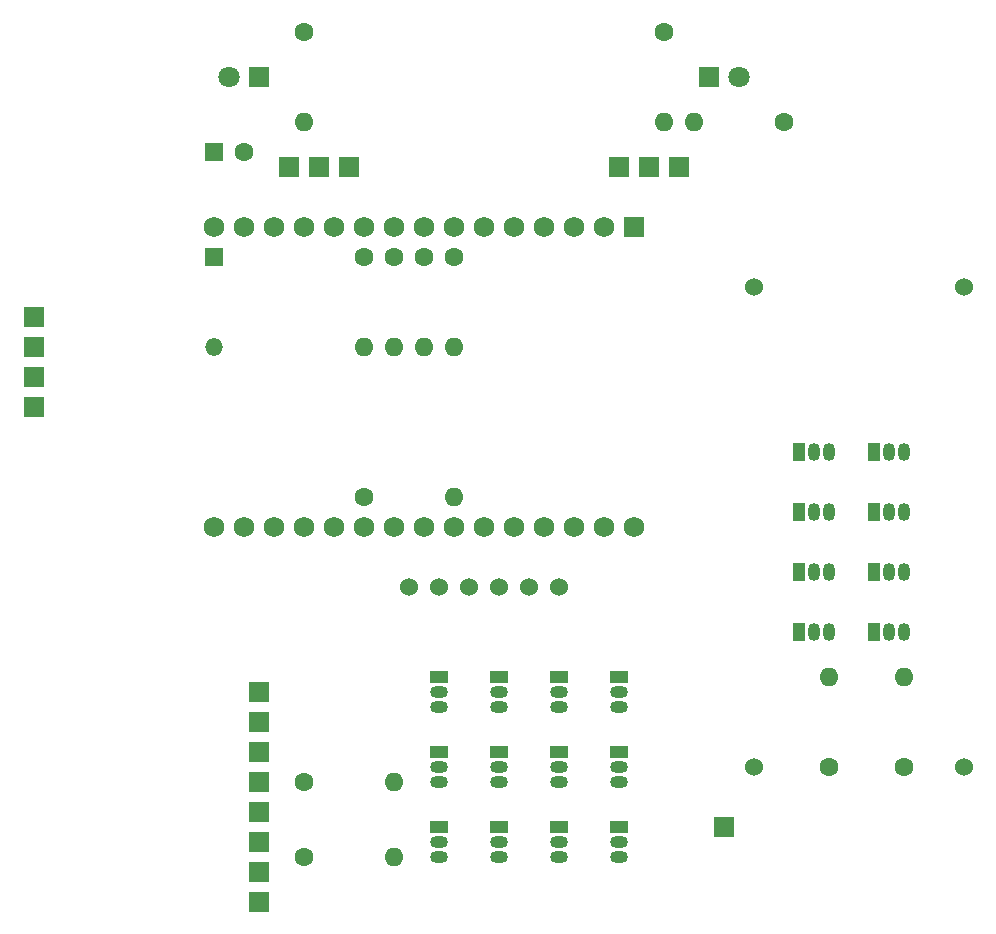
<source format=gbr>
%TF.GenerationSoftware,KiCad,Pcbnew,7.0.10*%
%TF.CreationDate,2024-02-07T12:20:56-05:00*%
%TF.ProjectId,board_up,626f6172-645f-4757-902e-6b696361645f,rev?*%
%TF.SameCoordinates,Original*%
%TF.FileFunction,Soldermask,Bot*%
%TF.FilePolarity,Negative*%
%FSLAX46Y46*%
G04 Gerber Fmt 4.6, Leading zero omitted, Abs format (unit mm)*
G04 Created by KiCad (PCBNEW 7.0.10) date 2024-02-07 12:20:56*
%MOMM*%
%LPD*%
G01*
G04 APERTURE LIST*
G04 Aperture macros list*
%AMRoundRect*
0 Rectangle with rounded corners*
0 $1 Rounding radius*
0 $2 $3 $4 $5 $6 $7 $8 $9 X,Y pos of 4 corners*
0 Add a 4 corners polygon primitive as box body*
4,1,4,$2,$3,$4,$5,$6,$7,$8,$9,$2,$3,0*
0 Add four circle primitives for the rounded corners*
1,1,$1+$1,$2,$3*
1,1,$1+$1,$4,$5*
1,1,$1+$1,$6,$7*
1,1,$1+$1,$8,$9*
0 Add four rect primitives between the rounded corners*
20,1,$1+$1,$2,$3,$4,$5,0*
20,1,$1+$1,$4,$5,$6,$7,0*
20,1,$1+$1,$6,$7,$8,$9,0*
20,1,$1+$1,$8,$9,$2,$3,0*%
G04 Aperture macros list end*
%ADD10R,1.500000X1.050000*%
%ADD11O,1.500000X1.050000*%
%ADD12C,1.600000*%
%ADD13O,1.600000X1.600000*%
%ADD14R,1.700000X1.700000*%
%ADD15R,1.050000X1.500000*%
%ADD16O,1.050000X1.500000*%
%ADD17RoundRect,0.102000X-0.765000X0.765000X-0.765000X-0.765000X0.765000X-0.765000X0.765000X0.765000X0*%
%ADD18C,1.734000*%
%ADD19R,1.800000X1.800000*%
%ADD20C,1.800000*%
%ADD21R,1.600000X1.600000*%
%ADD22R,1.500000X1.500000*%
%ADD23O,1.500000X1.500000*%
%ADD24C,1.524000*%
G04 APERTURE END LIST*
D10*
%TO.C,Q402*%
X55880000Y-74930000D03*
D11*
X55880000Y-76200000D03*
X55880000Y-77470000D03*
%TD*%
D12*
%TO.C,R102*%
X64770000Y-7620000D03*
D13*
X64770000Y-15240000D03*
%TD*%
D14*
%TO.C,J120*%
X30480000Y-81280000D03*
%TD*%
D15*
%TO.C,Q502*%
X76200000Y-48260000D03*
D16*
X77470000Y-48260000D03*
X78740000Y-48260000D03*
%TD*%
D12*
%TO.C,R107*%
X85090000Y-69850000D03*
D13*
X85090000Y-62230000D03*
%TD*%
D14*
%TO.C,J111*%
X63500000Y-19050000D03*
%TD*%
D15*
%TO.C,Q501*%
X76200000Y-43180000D03*
D16*
X77470000Y-43180000D03*
X78740000Y-43180000D03*
%TD*%
D14*
%TO.C,J117*%
X30480000Y-73660000D03*
%TD*%
D12*
%TO.C,R501*%
X44450000Y-26670000D03*
D13*
X44450000Y-34290000D03*
%TD*%
D14*
%TO.C,J102*%
X38100000Y-19050000D03*
%TD*%
D15*
%TO.C,Q602*%
X82550000Y-48260000D03*
D16*
X83820000Y-48260000D03*
X85090000Y-48260000D03*
%TD*%
D14*
%TO.C,J103*%
X69850000Y-74930000D03*
%TD*%
%TO.C,J105*%
X33020000Y-19050000D03*
%TD*%
%TO.C,J114*%
X30480000Y-66040000D03*
%TD*%
D15*
%TO.C,Q603*%
X82550000Y-53340000D03*
D16*
X83820000Y-53340000D03*
X85090000Y-53340000D03*
%TD*%
D10*
%TO.C,Q303*%
X50800000Y-62230000D03*
D11*
X50800000Y-63500000D03*
X50800000Y-64770000D03*
%TD*%
D12*
%TO.C,R601*%
X46990000Y-26670000D03*
D13*
X46990000Y-34290000D03*
%TD*%
D14*
%TO.C,J110*%
X11430000Y-39370000D03*
%TD*%
D10*
%TO.C,Q302*%
X55880000Y-62230000D03*
D11*
X55880000Y-63500000D03*
X55880000Y-64770000D03*
%TD*%
D10*
%TO.C,Q203*%
X50800000Y-68580000D03*
D11*
X50800000Y-69850000D03*
X50800000Y-71120000D03*
%TD*%
D12*
%TO.C,R105*%
X34290000Y-77470000D03*
D13*
X41910000Y-77470000D03*
%TD*%
D10*
%TO.C,Q202*%
X55880000Y-68580000D03*
D11*
X55880000Y-69850000D03*
X55880000Y-71120000D03*
%TD*%
D14*
%TO.C,J118*%
X30480000Y-76200000D03*
%TD*%
%TO.C,J115*%
X30480000Y-68580000D03*
%TD*%
%TO.C,J112*%
X35560000Y-19050000D03*
%TD*%
D15*
%TO.C,Q601*%
X82550000Y-43180000D03*
D16*
X83820000Y-43180000D03*
X85090000Y-43180000D03*
%TD*%
D12*
%TO.C,R101*%
X74930000Y-15240000D03*
D13*
X67310000Y-15240000D03*
%TD*%
D15*
%TO.C,Q504*%
X76200000Y-58420000D03*
D16*
X77470000Y-58420000D03*
X78740000Y-58420000D03*
%TD*%
D12*
%TO.C,R106*%
X78740000Y-69850000D03*
D13*
X78740000Y-62230000D03*
%TD*%
D14*
%TO.C,J108*%
X11430000Y-36830000D03*
%TD*%
%TO.C,J106*%
X11430000Y-31750000D03*
%TD*%
%TO.C,J104*%
X66040000Y-19050000D03*
%TD*%
%TO.C,J101*%
X60960000Y-19050000D03*
%TD*%
D17*
%TO.C,U103*%
X62230000Y-24130000D03*
D18*
X59690000Y-24130000D03*
X57150000Y-24130000D03*
X54610000Y-24130000D03*
X52070000Y-24130000D03*
X49530000Y-24130000D03*
X46990000Y-24130000D03*
X44450000Y-24130000D03*
X41910000Y-24130000D03*
X39370000Y-24130000D03*
X36830000Y-24130000D03*
X34290000Y-24130000D03*
X31750000Y-24130000D03*
X29210000Y-24130000D03*
X26670000Y-24130000D03*
X26670000Y-49530000D03*
X29210000Y-49530000D03*
X31750000Y-49530000D03*
X34290000Y-49530000D03*
X36830000Y-49530000D03*
X39370000Y-49530000D03*
X41910000Y-49530000D03*
X44450000Y-49530000D03*
X46990000Y-49530000D03*
X49530000Y-49530000D03*
X52070000Y-49530000D03*
X54610000Y-49530000D03*
X57150000Y-49530000D03*
X59690000Y-49530000D03*
X62230000Y-49530000D03*
%TD*%
D10*
%TO.C,Q304*%
X45720000Y-62230000D03*
D11*
X45720000Y-63500000D03*
X45720000Y-64770000D03*
%TD*%
D19*
%TO.C,D101*%
X68580000Y-11430000D03*
D20*
X71120000Y-11430000D03*
%TD*%
D10*
%TO.C,Q401*%
X60960000Y-74930000D03*
D11*
X60960000Y-76200000D03*
X60960000Y-77470000D03*
%TD*%
D10*
%TO.C,Q201*%
X60960000Y-68580000D03*
D11*
X60960000Y-69850000D03*
X60960000Y-71120000D03*
%TD*%
D10*
%TO.C,Q301*%
X60960000Y-62230000D03*
D11*
X60960000Y-63500000D03*
X60960000Y-64770000D03*
%TD*%
D19*
%TO.C,D102*%
X30480000Y-11430000D03*
D20*
X27940000Y-11430000D03*
%TD*%
D21*
%TO.C,C102*%
X26710000Y-17780000D03*
D12*
X29210000Y-17780000D03*
%TD*%
D22*
%TO.C,D103*%
X26670000Y-26665000D03*
D23*
X26670000Y-34285000D03*
%TD*%
D10*
%TO.C,Q403*%
X50800000Y-74930000D03*
D11*
X50800000Y-76200000D03*
X50800000Y-77470000D03*
%TD*%
D15*
%TO.C,Q503*%
X76200000Y-53340000D03*
D16*
X77470000Y-53340000D03*
X78740000Y-53340000D03*
%TD*%
D24*
%TO.C,U101*%
X72390000Y-69850000D03*
X90170000Y-69850000D03*
X72390000Y-29210000D03*
X90170000Y-29210000D03*
%TD*%
D12*
%TO.C,R301*%
X39370000Y-46990000D03*
D13*
X46990000Y-46990000D03*
%TD*%
D14*
%TO.C,J116*%
X30480000Y-71120000D03*
%TD*%
D12*
%TO.C,R401*%
X41910000Y-26670000D03*
D13*
X41910000Y-34290000D03*
%TD*%
D14*
%TO.C,J119*%
X30480000Y-78740000D03*
%TD*%
D24*
%TO.C,U102*%
X43180000Y-54610000D03*
X45720000Y-54610000D03*
X48260000Y-54610000D03*
X50800000Y-54610000D03*
X53340000Y-54610000D03*
X55880000Y-54610000D03*
%TD*%
D12*
%TO.C,R201*%
X39370000Y-26670000D03*
D13*
X39370000Y-34290000D03*
%TD*%
D14*
%TO.C,J113*%
X30480000Y-63500000D03*
%TD*%
D12*
%TO.C,R103*%
X34290000Y-7620000D03*
D13*
X34290000Y-15240000D03*
%TD*%
D10*
%TO.C,Q404*%
X45720000Y-74930000D03*
D11*
X45720000Y-76200000D03*
X45720000Y-77470000D03*
%TD*%
D12*
%TO.C,R104*%
X34290000Y-71120000D03*
D13*
X41910000Y-71120000D03*
%TD*%
D15*
%TO.C,Q604*%
X82550000Y-58420000D03*
D16*
X83820000Y-58420000D03*
X85090000Y-58420000D03*
%TD*%
D14*
%TO.C,J109*%
X11430000Y-34290000D03*
%TD*%
D10*
%TO.C,Q204*%
X45720000Y-68580000D03*
D11*
X45720000Y-69850000D03*
X45720000Y-71120000D03*
%TD*%
M02*

</source>
